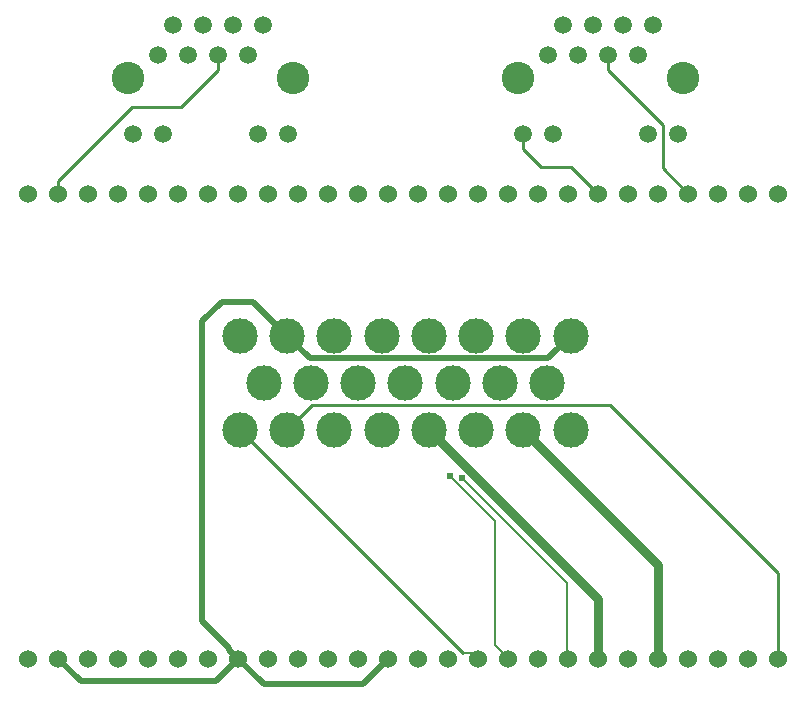
<source format=gbl>
G04 #@! TF.GenerationSoftware,KiCad,Pcbnew,5.0.2-bee76a0~70~ubuntu18.04.1*
G04 #@! TF.CreationDate,2019-05-01T23:50:06-04:00*
G04 #@! TF.ProjectId,external_board,65787465-726e-4616-9c5f-626f6172642e,rev?*
G04 #@! TF.SameCoordinates,Original*
G04 #@! TF.FileFunction,Copper,L4,Bot*
G04 #@! TF.FilePolarity,Positive*
%FSLAX46Y46*%
G04 Gerber Fmt 4.6, Leading zero omitted, Abs format (unit mm)*
G04 Created by KiCad (PCBNEW 5.0.2-bee76a0~70~ubuntu18.04.1) date Wed 01 May 2019 11:50:06 PM EDT*
%MOMM*%
%LPD*%
G01*
G04 APERTURE LIST*
G04 #@! TA.AperFunction,ComponentPad*
%ADD10C,3.000000*%
G04 #@! TD*
G04 #@! TA.AperFunction,ComponentPad*
%ADD11C,1.500000*%
G04 #@! TD*
G04 #@! TA.AperFunction,ComponentPad*
%ADD12C,2.750000*%
G04 #@! TD*
G04 #@! TA.AperFunction,ComponentPad*
%ADD13C,1.524000*%
G04 #@! TD*
G04 #@! TA.AperFunction,ViaPad*
%ADD14C,0.609600*%
G04 #@! TD*
G04 #@! TA.AperFunction,Conductor*
%ADD15C,0.254000*%
G04 #@! TD*
G04 #@! TA.AperFunction,Conductor*
%ADD16C,0.508000*%
G04 #@! TD*
G04 #@! TA.AperFunction,Conductor*
%ADD17C,0.762000*%
G04 #@! TD*
G04 #@! TA.AperFunction,Conductor*
%ADD18C,0.152400*%
G04 #@! TD*
G04 APERTURE END LIST*
D10*
G04 #@! TO.P,J1,23*
G04 #@! TO.N,/BSPD_Current_sense*
X165310000Y-77160000D03*
G04 #@! TO.P,J1,17*
G04 #@! TO.N,/Cooling_pressure_sense*
X141310000Y-77160000D03*
G04 #@! TO.P,J1,18*
G04 #@! TO.N,GND*
X145310000Y-77160000D03*
G04 #@! TO.P,J1,19*
G04 #@! TO.N,/Shutdown_IMD*
X149310000Y-77160000D03*
G04 #@! TO.P,J1,20*
G04 #@! TO.N,/Shutdown_Final*
X153310000Y-77160000D03*
G04 #@! TO.P,J1,21*
G04 #@! TO.N,/FAN_PWM*
X157310000Y-77160000D03*
G04 #@! TO.P,J1,22*
G04 #@! TO.N,/Shutdown_E-STOP*
X161310000Y-77160000D03*
G04 #@! TO.P,J1,10*
G04 #@! TO.N,/CAN_LOW*
X143310000Y-73160000D03*
G04 #@! TO.P,J1,11*
G04 #@! TO.N,/CAN_HIGH*
X147310000Y-73160000D03*
G04 #@! TO.P,J1,13*
G04 #@! TO.N,/emeter_CAN_LOW*
X155310000Y-73160000D03*
G04 #@! TO.P,J1,12*
G04 #@! TO.N,/emeter_CAN_HIGH*
X151310000Y-73160000D03*
G04 #@! TO.P,J1,14*
G04 #@! TO.N,/CAN_LOW*
X159310000Y-73160000D03*
G04 #@! TO.P,J1,15*
G04 #@! TO.N,/CAN_HIGH*
X163310000Y-73160000D03*
G04 #@! TO.P,J1,8*
G04 #@! TO.N,/12V*
X165310000Y-69160000D03*
G04 #@! TO.P,J1,7*
G04 #@! TO.N,GND*
X161310000Y-69160000D03*
G04 #@! TO.P,J1,6*
G04 #@! TO.N,/TSAL-_G*
X157310000Y-69160000D03*
G04 #@! TO.P,J1,4*
G04 #@! TO.N,/TSAL-_R*
X149310000Y-69160000D03*
G04 #@! TO.P,J1,5*
G04 #@! TO.N,/TSAL+_G*
X153310000Y-69160000D03*
G04 #@! TO.P,J1,3*
G04 #@! TO.N,/TSAL+_R*
X145310000Y-69160000D03*
G04 #@! TO.P,J1,2*
G04 #@! TO.N,/12V*
X141310000Y-69160000D03*
G04 #@! TO.P,J1,16*
G04 #@! TO.N,/5V_AIR*
X137310000Y-77160000D03*
G04 #@! TO.P,J1,9*
G04 #@! TO.N,GND*
X139310000Y-73160000D03*
G04 #@! TO.P,J1,1*
X137310000Y-69160000D03*
G04 #@! TD*
D11*
G04 #@! TO.P,U1,12*
G04 #@! TO.N,/LED2_BMS*
X128270000Y-52070000D03*
G04 #@! TO.P,U1,11*
G04 #@! TO.N,GND*
X130810000Y-52070000D03*
G04 #@! TO.P,U1,9*
X141370000Y-52070000D03*
G04 #@! TO.P,U1,10*
G04 #@! TO.N,/LED1_BMS*
X138830000Y-52070000D03*
G04 #@! TO.P,U1,1*
G04 #@! TO.N,/CAN_LOW*
X130370000Y-45440000D03*
G04 #@! TO.P,U1,3*
G04 #@! TO.N,/RESET_BMS*
X132910000Y-45440000D03*
G04 #@! TO.P,U1,5*
G04 #@! TO.N,/MISO_BMS*
X135450000Y-45440000D03*
G04 #@! TO.P,U1,7*
G04 #@! TO.N,/5V_BMS*
X137990000Y-45440000D03*
G04 #@! TO.P,U1,2*
G04 #@! TO.N,/CAN_HIGH*
X131640000Y-42900000D03*
G04 #@! TO.P,U1,4*
G04 #@! TO.N,/SCK_BMS*
X134180000Y-42900000D03*
G04 #@! TO.P,U1,6*
G04 #@! TO.N,/MOSI_BMS*
X136720000Y-42900000D03*
G04 #@! TO.P,U1,8*
G04 #@! TO.N,GND*
X139260000Y-42900000D03*
D12*
G04 #@! TO.P,U1,13*
X127870000Y-47320000D03*
G04 #@! TO.P,U1,14*
X141770000Y-47320000D03*
G04 #@! TD*
G04 #@! TO.P,U2,14*
G04 #@! TO.N,GND*
X174790000Y-47320000D03*
G04 #@! TO.P,U2,13*
X160890000Y-47320000D03*
D11*
G04 #@! TO.P,U2,8*
X172280000Y-42900000D03*
G04 #@! TO.P,U2,6*
G04 #@! TO.N,/MOSI_AIR*
X169740000Y-42900000D03*
G04 #@! TO.P,U2,4*
G04 #@! TO.N,/SCK_AIR*
X167200000Y-42900000D03*
G04 #@! TO.P,U2,2*
G04 #@! TO.N,/CAN_HIGH*
X164660000Y-42900000D03*
G04 #@! TO.P,U2,7*
G04 #@! TO.N,/5V_AIR*
X171010000Y-45440000D03*
G04 #@! TO.P,U2,5*
G04 #@! TO.N,/MISO_AIR*
X168470000Y-45440000D03*
G04 #@! TO.P,U2,3*
G04 #@! TO.N,/RESET_AIR*
X165930000Y-45440000D03*
G04 #@! TO.P,U2,1*
G04 #@! TO.N,/CAN_LOW*
X163390000Y-45440000D03*
G04 #@! TO.P,U2,10*
G04 #@! TO.N,/LED1_AIR*
X171850000Y-52070000D03*
G04 #@! TO.P,U2,9*
G04 #@! TO.N,GND*
X174390000Y-52070000D03*
G04 #@! TO.P,U2,11*
X163830000Y-52070000D03*
G04 #@! TO.P,U2,12*
G04 #@! TO.N,/LED2_AIR*
X161290000Y-52070000D03*
G04 #@! TD*
D13*
G04 #@! TO.P,J9,21*
G04 #@! TO.N,Net-(J9-Pad21)*
X170180000Y-96520000D03*
G04 #@! TO.P,J9,26*
G04 #@! TO.N,/Cooling_pressure_sense*
X182880000Y-96520000D03*
G04 #@! TO.P,J9,25*
G04 #@! TO.N,Net-(J9-Pad25)*
X180340000Y-96520000D03*
G04 #@! TO.P,J9,23*
G04 #@! TO.N,Net-(J9-Pad23)*
X175260000Y-96520000D03*
G04 #@! TO.P,J9,22*
G04 #@! TO.N,/Shutdown_E-STOP*
X172720000Y-96520000D03*
G04 #@! TO.P,J9,24*
G04 #@! TO.N,/Shutdown_IMD*
X177800000Y-96520000D03*
G04 #@! TO.P,J9,12*
G04 #@! TO.N,GND*
X147320000Y-96520000D03*
G04 #@! TO.P,J9,14*
G04 #@! TO.N,Net-(J9-Pad14)*
X152400000Y-96520000D03*
G04 #@! TO.P,J9,18*
G04 #@! TO.N,GND*
X162560000Y-96520000D03*
G04 #@! TO.P,J9,17*
G04 #@! TO.N,/emeter_CAN_HIGH*
X160020000Y-96520000D03*
G04 #@! TO.P,J9,16*
G04 #@! TO.N,/5V_AIR*
X157480000Y-96520000D03*
G04 #@! TO.P,J9,11*
G04 #@! TO.N,/CAN_LOW*
X144780000Y-96520000D03*
G04 #@! TO.P,J9,15*
G04 #@! TO.N,Net-(J9-Pad15)*
X154940000Y-96520000D03*
G04 #@! TO.P,J9,20*
G04 #@! TO.N,/Shutdown_Final*
X167640000Y-96520000D03*
G04 #@! TO.P,J9,13*
G04 #@! TO.N,/12V*
X149860000Y-96520000D03*
G04 #@! TO.P,J9,19*
G04 #@! TO.N,/emeter_CAN_LOW*
X165100000Y-96520000D03*
G04 #@! TO.P,J9,7*
G04 #@! TO.N,GND*
X134620000Y-96520000D03*
G04 #@! TO.P,J9,9*
X139700000Y-96520000D03*
G04 #@! TO.P,J9,6*
G04 #@! TO.N,Net-(J9-Pad6)*
X132080000Y-96520000D03*
G04 #@! TO.P,J9,10*
G04 #@! TO.N,/CAN_HIGH*
X142240000Y-96520000D03*
G04 #@! TO.P,J9,8*
G04 #@! TO.N,/12V*
X137160000Y-96520000D03*
G04 #@! TO.P,J9,5*
G04 #@! TO.N,Net-(J9-Pad5)*
X129540000Y-96520000D03*
G04 #@! TO.P,J9,4*
G04 #@! TO.N,/BSPD_Current_sense*
X127000000Y-96520000D03*
G04 #@! TO.P,J9,3*
G04 #@! TO.N,/FAN_PWM*
X124460000Y-96520000D03*
G04 #@! TO.P,J9,2*
G04 #@! TO.N,/12V*
X121920000Y-96520000D03*
G04 #@! TO.P,J9,1*
G04 #@! TO.N,GND*
X119380000Y-96520000D03*
G04 #@! TD*
G04 #@! TO.P,J10,1*
G04 #@! TO.N,/SCK_AIR*
X182880000Y-57150000D03*
G04 #@! TO.P,J10,2*
G04 #@! TO.N,/RESET_AIR*
X180340000Y-57150000D03*
G04 #@! TO.P,J10,3*
G04 #@! TO.N,/MOSI_AIR*
X177800000Y-57150000D03*
G04 #@! TO.P,J10,4*
G04 #@! TO.N,/MISO_AIR*
X175260000Y-57150000D03*
G04 #@! TO.P,J10,5*
G04 #@! TO.N,/5V_AIR*
X172720000Y-57150000D03*
G04 #@! TO.P,J10,8*
G04 #@! TO.N,/CAN_HIGH*
X165100000Y-57150000D03*
G04 #@! TO.P,J10,10*
G04 #@! TO.N,/TSAL-_G*
X160020000Y-57150000D03*
G04 #@! TO.P,J10,6*
G04 #@! TO.N,/LED1_AIR*
X170180000Y-57150000D03*
G04 #@! TO.P,J10,9*
G04 #@! TO.N,/CAN_LOW*
X162560000Y-57150000D03*
G04 #@! TO.P,J10,7*
G04 #@! TO.N,/LED2_AIR*
X167640000Y-57150000D03*
G04 #@! TO.P,J10,19*
G04 #@! TO.N,Net-(J10-Pad19)*
X137160000Y-57150000D03*
G04 #@! TO.P,J10,13*
G04 #@! TO.N,/TSAL+_R*
X152400000Y-57150000D03*
G04 #@! TO.P,J10,20*
G04 #@! TO.N,/LED1_BMS*
X134620000Y-57150000D03*
G04 #@! TO.P,J10,15*
G04 #@! TO.N,Net-(J10-Pad15)*
X147320000Y-57150000D03*
G04 #@! TO.P,J10,11*
G04 #@! TO.N,/TSAL+_G*
X157480000Y-57150000D03*
G04 #@! TO.P,J10,16*
G04 #@! TO.N,Net-(J10-Pad16)*
X144780000Y-57150000D03*
G04 #@! TO.P,J10,17*
G04 #@! TO.N,Net-(J10-Pad17)*
X142240000Y-57150000D03*
G04 #@! TO.P,J10,18*
G04 #@! TO.N,Net-(J10-Pad18)*
X139700000Y-57150000D03*
G04 #@! TO.P,J10,14*
G04 #@! TO.N,Net-(J10-Pad14)*
X149860000Y-57150000D03*
G04 #@! TO.P,J10,12*
G04 #@! TO.N,/TSAL-_R*
X154940000Y-57150000D03*
G04 #@! TO.P,J10,24*
G04 #@! TO.N,/RESET_BMS*
X124460000Y-57150000D03*
G04 #@! TO.P,J10,22*
G04 #@! TO.N,/SCK_BMS*
X129540000Y-57150000D03*
G04 #@! TO.P,J10,23*
G04 #@! TO.N,/LED2_BMS*
X127000000Y-57150000D03*
G04 #@! TO.P,J10,25*
G04 #@! TO.N,/MISO_BMS*
X121920000Y-57150000D03*
G04 #@! TO.P,J10,26*
G04 #@! TO.N,/5V_BMS*
X119380000Y-57150000D03*
G04 #@! TO.P,J10,21*
G04 #@! TO.N,/MOSI_BMS*
X132080000Y-57150000D03*
G04 #@! TD*
D14*
G04 #@! TO.N,/emeter_CAN_LOW*
X156080000Y-81190000D03*
G04 #@! TO.N,/emeter_CAN_HIGH*
X155090000Y-81040000D03*
G04 #@! TD*
D15*
G04 #@! TO.N,/Cooling_pressure_sense*
X143413000Y-75057000D02*
X141310000Y-77160000D01*
X168656000Y-75057000D02*
X143413000Y-75057000D01*
X182880000Y-89281000D02*
X168656000Y-75057000D01*
X182880000Y-96520000D02*
X182880000Y-89281000D01*
D16*
G04 #@! TO.N,/12V*
X149860000Y-96520000D02*
X147701000Y-98679000D01*
X139319000Y-98679000D02*
X137160000Y-96520000D01*
X147701000Y-98679000D02*
X139319000Y-98679000D01*
X123825000Y-98425000D02*
X121920000Y-96520000D01*
X135255000Y-98425000D02*
X123825000Y-98425000D01*
X137160000Y-96520000D02*
X135255000Y-98425000D01*
X134112000Y-67945000D02*
X135763000Y-66294000D01*
X138444000Y-66294000D02*
X138698000Y-66548000D01*
X135763000Y-66294000D02*
X138444000Y-66294000D01*
X138698000Y-66548000D02*
X141310000Y-69160000D01*
X143216401Y-71066401D02*
X153216401Y-71066401D01*
X141310000Y-69160000D02*
X143216401Y-71066401D01*
X163810001Y-70659999D02*
X165310000Y-69160000D01*
X163403599Y-71066401D02*
X163810001Y-70659999D01*
X136398001Y-95758001D02*
X136398001Y-95631001D01*
X137160000Y-96520000D02*
X136398001Y-95758001D01*
X134112000Y-93345000D02*
X134112000Y-67945000D01*
X136398001Y-95631001D02*
X134112000Y-93345000D01*
X153216401Y-71066401D02*
X157920000Y-71066401D01*
X157403599Y-71066401D02*
X157920000Y-71066401D01*
X157920000Y-71066401D02*
X163403599Y-71066401D01*
D17*
G04 #@! TO.N,/Shutdown_E-STOP*
X172720000Y-88570000D02*
X161310000Y-77160000D01*
X172720000Y-88570000D02*
X172720000Y-96520000D01*
G04 #@! TO.N,/Shutdown_Final*
X167590000Y-91440000D02*
X165735000Y-89585000D01*
X165735000Y-89585000D02*
X153310000Y-77160000D01*
X167640000Y-91490000D02*
X153310000Y-77160000D01*
X167640000Y-91490000D02*
X167640000Y-96520000D01*
D15*
G04 #@! TO.N,/5V_AIR*
X137310000Y-77160000D02*
X156210000Y-96060000D01*
D18*
X156210000Y-96060000D02*
X156994600Y-96060000D01*
X156994600Y-96060000D02*
X157429200Y-96494600D01*
D15*
G04 #@! TO.N,/MISO_AIR*
X173101000Y-51341000D02*
X168470000Y-46710000D01*
X173101000Y-54991000D02*
X173101000Y-51341000D01*
X175260000Y-57150000D02*
X173101000Y-54991000D01*
X168470000Y-46710000D02*
X168470000Y-45440000D01*
G04 #@! TO.N,/LED2_AIR*
X162814000Y-54864000D02*
X161290000Y-53340000D01*
X165354000Y-54864000D02*
X162814000Y-54864000D01*
X167640000Y-57150000D02*
X165354000Y-54864000D01*
X161290000Y-52070000D02*
X161290000Y-53340000D01*
G04 #@! TO.N,/MISO_BMS*
X128166370Y-49826000D02*
X132334000Y-49826000D01*
X121920000Y-57150000D02*
X121920000Y-56072370D01*
X121920000Y-56072370D02*
X128166370Y-49826000D01*
X132334000Y-49826000D02*
X135450000Y-46710000D01*
X135450000Y-46710000D02*
X135450000Y-45440000D01*
D18*
G04 #@! TO.N,/emeter_CAN_LOW*
X156080000Y-81190000D02*
X165040000Y-90150000D01*
X165040000Y-90150000D02*
X165040000Y-96520000D01*
G04 #@! TO.N,/emeter_CAN_HIGH*
X155090000Y-81040000D02*
X158900000Y-84850000D01*
X158900000Y-95400000D02*
X159890000Y-96390000D01*
X158900000Y-84850000D02*
X158900000Y-95400000D01*
X159890000Y-96390000D02*
X159890000Y-96540000D01*
G04 #@! TD*
M02*

</source>
